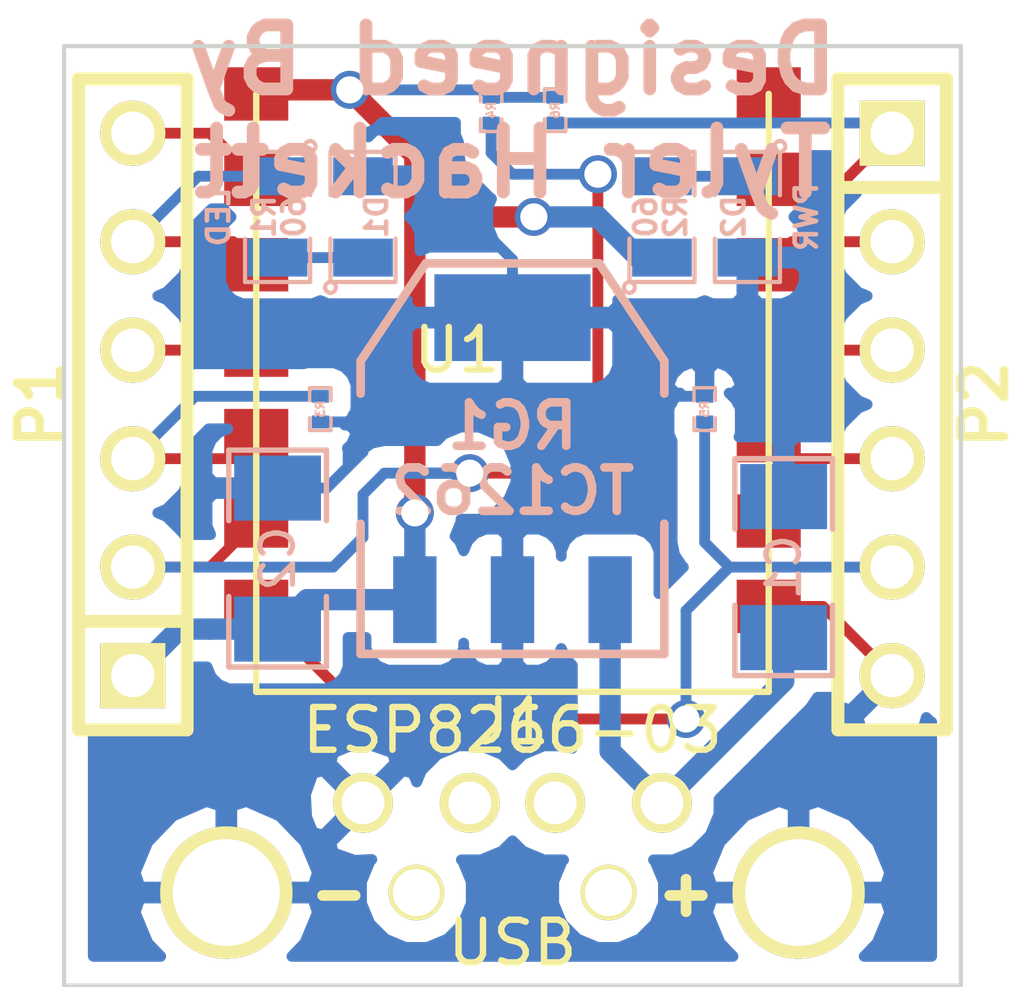
<source format=kicad_pcb>
(kicad_pcb (version 3) (host pcbnew "(2013-07-07 BZR 4022)-stable")

  (general
    (links 37)
    (no_connects 0)
    (area 178.5874 127.389718 202.4126 149.550001)
    (thickness 1.6)
    (drawings 8)
    (tracks 93)
    (zones 0)
    (modules 15)
    (nets 16)
  )

  (page A3)
  (layers
    (15 F.Cu signal)
    (0 B.Cu signal)
    (16 B.Adhes user)
    (17 F.Adhes user)
    (18 B.Paste user)
    (19 F.Paste user)
    (20 B.SilkS user)
    (21 F.SilkS user)
    (22 B.Mask user)
    (23 F.Mask user)
    (24 Dwgs.User user)
    (25 Cmts.User user)
    (26 Eco1.User user)
    (27 Eco2.User user)
    (28 Edge.Cuts user)
  )

  (setup
    (last_trace_width 0.254)
    (trace_clearance 0.254)
    (zone_clearance 0.508)
    (zone_45_only no)
    (trace_min 0.254)
    (segment_width 0.2)
    (edge_width 0.1)
    (via_size 0.889)
    (via_drill 0.635)
    (via_min_size 0.889)
    (via_min_drill 0.508)
    (uvia_size 0.508)
    (uvia_drill 0.127)
    (uvias_allowed no)
    (uvia_min_size 0.508)
    (uvia_min_drill 0.127)
    (pcb_text_width 0.3)
    (pcb_text_size 1.5 1.5)
    (mod_edge_width 0.15)
    (mod_text_size 1 1)
    (mod_text_width 0.15)
    (pad_size 1.4 1.4)
    (pad_drill 1)
    (pad_to_mask_clearance 0)
    (aux_axis_origin 0 0)
    (visible_elements 7FFFFFFF)
    (pcbplotparams
      (layerselection 284196865)
      (usegerberextensions true)
      (excludeedgelayer true)
      (linewidth 0.150000)
      (plotframeref false)
      (viasonmask false)
      (mode 1)
      (useauxorigin false)
      (hpglpennumber 1)
      (hpglpenspeed 20)
      (hpglpendiameter 15)
      (hpglpenoverlay 2)
      (psnegative false)
      (psa4output false)
      (plotreference true)
      (plotvalue true)
      (plotothertext true)
      (plotinvisibletext false)
      (padsonsilk false)
      (subtractmaskfromsilk false)
      (outputformat 1)
      (mirror false)
      (drillshape 0)
      (scaleselection 1)
      (outputdirectory D:/KiCad/WiFi_Relay/Gerber/))
  )

  (net 0 "")
  (net 1 GND)
  (net 2 N-000001)
  (net 3 N-0000010)
  (net 4 N-0000012)
  (net 5 N-0000014)
  (net 6 N-0000019)
  (net 7 N-000002)
  (net 8 N-000003)
  (net 9 N-000004)
  (net 10 N-000005)
  (net 11 N-000006)
  (net 12 N-000007)
  (net 13 N-000008)
  (net 14 N-000009)
  (net 15 VCC)

  (net_class Default "This is the default net class."
    (clearance 0.254)
    (trace_width 0.254)
    (via_dia 0.889)
    (via_drill 0.635)
    (uvia_dia 0.508)
    (uvia_drill 0.127)
    (add_net "")
    (add_net GND)
    (add_net N-000001)
    (add_net N-0000010)
    (add_net N-0000012)
    (add_net N-0000014)
    (add_net N-000002)
    (add_net N-000003)
    (add_net N-000004)
    (add_net N-000005)
    (add_net N-000006)
    (add_net N-000007)
    (add_net N-000008)
    (add_net N-000009)
  )

  (net_class PWR ""
    (clearance 0.254)
    (trace_width 0.5)
    (via_dia 0.889)
    (via_drill 0.635)
    (uvia_dia 0.508)
    (uvia_drill 0.127)
    (add_net N-0000019)
    (add_net VCC)
  )

  (module ESP8266-03 (layer F.Cu) (tedit 54BDB8CB) (tstamp 5473118D)
    (at 190.5 134.62)
    (path /5472A350)
    (fp_text reference U1 (at -1.3 0) (layer F.SilkS)
      (effects (font (size 1 1) (thickness 0.15)))
    )
    (fp_text value ESP8266-03 (at 0 8.9) (layer F.SilkS)
      (effects (font (size 1 1) (thickness 0.15)))
    )
    (fp_line (start 6 8) (end 6 -6) (layer F.SilkS) (width 0.15))
    (fp_line (start -6 8) (end -6 -6) (layer F.SilkS) (width 0.15))
    (fp_line (start -6 8) (end 6 8) (layer F.SilkS) (width 0.15))
    (pad 1 smd rect (at -6 -6) (size 1.5 1.25)
      (layers F.Cu F.Paste F.Mask)
      (net 15 VCC)
    )
    (pad 2 smd rect (at -6 -4) (size 1.5 1.25)
      (layers F.Cu F.Paste F.Mask)
      (net 7 N-000002)
    )
    (pad 3 smd rect (at -6 -2) (size 1.5 1.25)
      (layers F.Cu F.Paste F.Mask)
      (net 10 N-000005)
    )
    (pad 4 smd rect (at -6 0) (size 1.5 1.25)
      (layers F.Cu F.Paste F.Mask)
      (net 9 N-000004)
    )
    (pad 5 smd rect (at -6 2) (size 1.5 1.25)
      (layers F.Cu F.Paste F.Mask)
      (net 8 N-000003)
    )
    (pad 6 smd rect (at -6 4) (size 1.5 1.25)
      (layers F.Cu F.Paste F.Mask)
      (net 4 N-0000012)
    )
    (pad 7 smd rect (at -6 6) (size 1.5 1.25)
      (layers F.Cu F.Paste F.Mask)
      (net 3 N-0000010)
    )
    (pad 8 smd rect (at 6 6) (size 1.5 1.25)
      (layers F.Cu F.Paste F.Mask)
      (net 1 GND)
    )
    (pad 9 smd rect (at 6 4) (size 1.5 1.25)
      (layers F.Cu F.Paste F.Mask)
    )
    (pad 10 smd rect (at 6 2) (size 1.5 1.25)
      (layers F.Cu F.Paste F.Mask)
      (net 12 N-000007)
    )
    (pad 11 smd rect (at 6 0) (size 1.5 1.25)
      (layers F.Cu F.Paste F.Mask)
      (net 11 N-000006)
    )
    (pad 12 smd rect (at 6 -2) (size 1.5 1.25)
      (layers F.Cu F.Paste F.Mask)
      (net 13 N-000008)
    )
    (pad 13 smd rect (at 6 -4) (size 1.5 1.25)
      (layers F.Cu F.Paste F.Mask)
      (net 5 N-0000014)
    )
    (pad 14 smd rect (at 6 -6) (size 1.5 1.25)
      (layers F.Cu F.Paste F.Mask)
    )
  )

  (module SOT223 (layer B.Cu) (tedit 54731737) (tstamp 54731111)
    (at 190.5 137.16 180)
    (descr "module CMS SOT223 4 pins")
    (tags "CMS SOT")
    (path /5472A858)
    (attr smd)
    (fp_text reference RG1 (at 0 0.762 180) (layer B.SilkS)
      (effects (font (size 1.016 1.016) (thickness 0.2032)) (justify mirror))
    )
    (fp_text value TC1262 (at 0 -0.762 180) (layer B.SilkS)
      (effects (font (size 1.016 1.016) (thickness 0.2032)) (justify mirror))
    )
    (fp_line (start -3.556 -1.524) (end -3.556 -4.572) (layer B.SilkS) (width 0.2032))
    (fp_line (start -3.556 -4.572) (end 3.556 -4.572) (layer B.SilkS) (width 0.2032))
    (fp_line (start 3.556 -4.572) (end 3.556 -1.524) (layer B.SilkS) (width 0.2032))
    (fp_line (start -3.556 1.524) (end -3.556 2.286) (layer B.SilkS) (width 0.2032))
    (fp_line (start -3.556 2.286) (end -2.032 4.572) (layer B.SilkS) (width 0.2032))
    (fp_line (start -2.032 4.572) (end 2.032 4.572) (layer B.SilkS) (width 0.2032))
    (fp_line (start 2.032 4.572) (end 3.556 2.286) (layer B.SilkS) (width 0.2032))
    (fp_line (start 3.556 2.286) (end 3.556 1.524) (layer B.SilkS) (width 0.2032))
    (pad 4 smd rect (at 0 3.302 180) (size 3.6576 2.032)
      (layers B.Cu B.Paste B.Mask)
      (net 1 GND)
    )
    (pad 2 smd rect (at 0 -3.302 180) (size 1.016 2.032)
      (layers B.Cu B.Paste B.Mask)
      (net 1 GND)
    )
    (pad 3 smd rect (at 2.286 -3.302 180) (size 1.016 2.032)
      (layers B.Cu B.Paste B.Mask)
      (net 15 VCC)
    )
    (pad 1 smd rect (at -2.286 -3.302 180) (size 1.016 2.032)
      (layers B.Cu B.Paste B.Mask)
      (net 6 N-0000019)
    )
    (model smd/SOT223.wrl
      (at (xyz 0 0 0))
      (scale (xyz 0.4 0.4 0.4))
      (rotate (xyz 0 0 0))
    )
  )

  (module SM1206 (layer B.Cu) (tedit 42806E24) (tstamp 5473111D)
    (at 196.85 139.7 90)
    (path /5472AC6B)
    (attr smd)
    (fp_text reference C1 (at 0 0 90) (layer B.SilkS)
      (effects (font (size 0.762 0.762) (thickness 0.127)) (justify mirror))
    )
    (fp_text value 10uF (at 0 0 90) (layer B.SilkS) hide
      (effects (font (size 0.762 0.762) (thickness 0.127)) (justify mirror))
    )
    (fp_line (start -2.54 1.143) (end -2.54 -1.143) (layer B.SilkS) (width 0.127))
    (fp_line (start -2.54 -1.143) (end -0.889 -1.143) (layer B.SilkS) (width 0.127))
    (fp_line (start 0.889 1.143) (end 2.54 1.143) (layer B.SilkS) (width 0.127))
    (fp_line (start 2.54 1.143) (end 2.54 -1.143) (layer B.SilkS) (width 0.127))
    (fp_line (start 2.54 -1.143) (end 0.889 -1.143) (layer B.SilkS) (width 0.127))
    (fp_line (start -0.889 1.143) (end -2.54 1.143) (layer B.SilkS) (width 0.127))
    (pad 1 smd rect (at -1.651 0 90) (size 1.524 2.032)
      (layers B.Cu B.Paste B.Mask)
      (net 6 N-0000019)
    )
    (pad 2 smd rect (at 1.651 0 90) (size 1.524 2.032)
      (layers B.Cu B.Paste B.Mask)
      (net 1 GND)
    )
    (model smd/chip_cms.wrl
      (at (xyz 0 0 0))
      (scale (xyz 0.17 0.16 0.16))
      (rotate (xyz 0 0 0))
    )
  )

  (module SM1206 (layer B.Cu) (tedit 42806E24) (tstamp 54731129)
    (at 185 139.5 90)
    (path /5472AD38)
    (attr smd)
    (fp_text reference C2 (at 0 0 90) (layer B.SilkS)
      (effects (font (size 0.762 0.762) (thickness 0.127)) (justify mirror))
    )
    (fp_text value 10uF (at 0 0 90) (layer B.SilkS) hide
      (effects (font (size 0.762 0.762) (thickness 0.127)) (justify mirror))
    )
    (fp_line (start -2.54 1.143) (end -2.54 -1.143) (layer B.SilkS) (width 0.127))
    (fp_line (start -2.54 -1.143) (end -0.889 -1.143) (layer B.SilkS) (width 0.127))
    (fp_line (start 0.889 1.143) (end 2.54 1.143) (layer B.SilkS) (width 0.127))
    (fp_line (start 2.54 1.143) (end 2.54 -1.143) (layer B.SilkS) (width 0.127))
    (fp_line (start 2.54 -1.143) (end 0.889 -1.143) (layer B.SilkS) (width 0.127))
    (fp_line (start -0.889 1.143) (end -2.54 1.143) (layer B.SilkS) (width 0.127))
    (pad 1 smd rect (at -1.651 0 90) (size 1.524 2.032)
      (layers B.Cu B.Paste B.Mask)
      (net 15 VCC)
    )
    (pad 2 smd rect (at 1.651 0 90) (size 1.524 2.032)
      (layers B.Cu B.Paste B.Mask)
      (net 1 GND)
    )
    (model smd/chip_cms.wrl
      (at (xyz 0 0 0))
      (scale (xyz 0.17 0.16 0.16))
      (rotate (xyz 0 0 0))
    )
  )

  (module SM0805 (layer B.Cu) (tedit 54732EB6) (tstamp 54732F40)
    (at 196 131.5 270)
    (path /5472AE72)
    (attr smd)
    (fp_text reference D2 (at 0 0.3175 270) (layer B.SilkS)
      (effects (font (size 0.50038 0.50038) (thickness 0.10922)) (justify mirror))
    )
    (fp_text value PWR (at 0 -1.381 270) (layer B.SilkS)
      (effects (font (size 0.50038 0.50038) (thickness 0.10922)) (justify mirror))
    )
    (fp_circle (center -1.651 -0.762) (end -1.651 -0.635) (layer B.SilkS) (width 0.09906))
    (fp_line (start -0.508 -0.762) (end -1.524 -0.762) (layer B.SilkS) (width 0.09906))
    (fp_line (start -1.524 -0.762) (end -1.524 0.762) (layer B.SilkS) (width 0.09906))
    (fp_line (start -1.524 0.762) (end -0.508 0.762) (layer B.SilkS) (width 0.09906))
    (fp_line (start 0.508 0.762) (end 1.524 0.762) (layer B.SilkS) (width 0.09906))
    (fp_line (start 1.524 0.762) (end 1.524 -0.762) (layer B.SilkS) (width 0.09906))
    (fp_line (start 1.524 -0.762) (end 0.508 -0.762) (layer B.SilkS) (width 0.09906))
    (pad 1 smd rect (at -0.9525 0 270) (size 0.889 1.397)
      (layers B.Cu B.Paste B.Mask)
      (net 14 N-000009)
    )
    (pad 2 smd rect (at 0.9525 0 270) (size 0.889 1.397)
      (layers B.Cu B.Paste B.Mask)
      (net 1 GND)
    )
    (model smd/chip_cms.wrl
      (at (xyz 0 0 0))
      (scale (xyz 0.1 0.1 0.1))
      (rotate (xyz 0 0 0))
    )
  )

  (module SM0805 (layer B.Cu) (tedit 5091495C) (tstamp 54731143)
    (at 194 131.5 90)
    (path /5472D39E)
    (attr smd)
    (fp_text reference R2 (at 0 0.3175 90) (layer B.SilkS)
      (effects (font (size 0.50038 0.50038) (thickness 0.10922)) (justify mirror))
    )
    (fp_text value 60 (at 0 -0.381 90) (layer B.SilkS)
      (effects (font (size 0.50038 0.50038) (thickness 0.10922)) (justify mirror))
    )
    (fp_circle (center -1.651 -0.762) (end -1.651 -0.635) (layer B.SilkS) (width 0.09906))
    (fp_line (start -0.508 -0.762) (end -1.524 -0.762) (layer B.SilkS) (width 0.09906))
    (fp_line (start -1.524 -0.762) (end -1.524 0.762) (layer B.SilkS) (width 0.09906))
    (fp_line (start -1.524 0.762) (end -0.508 0.762) (layer B.SilkS) (width 0.09906))
    (fp_line (start 0.508 0.762) (end 1.524 0.762) (layer B.SilkS) (width 0.09906))
    (fp_line (start 1.524 0.762) (end 1.524 -0.762) (layer B.SilkS) (width 0.09906))
    (fp_line (start 1.524 -0.762) (end 0.508 -0.762) (layer B.SilkS) (width 0.09906))
    (pad 1 smd rect (at -0.9525 0 90) (size 0.889 1.397)
      (layers B.Cu B.Paste B.Mask)
      (net 15 VCC)
    )
    (pad 2 smd rect (at 0.9525 0 90) (size 0.889 1.397)
      (layers B.Cu B.Paste B.Mask)
      (net 14 N-000009)
    )
    (model smd/chip_cms.wrl
      (at (xyz 0 0 0))
      (scale (xyz 0.1 0.1 0.1))
      (rotate (xyz 0 0 0))
    )
  )

  (module SM0805 (layer B.Cu) (tedit 5091495C) (tstamp 54BE09D2)
    (at 185 131.5 270)
    (path /5472E6DF)
    (attr smd)
    (fp_text reference R1 (at 0 0.3175 270) (layer B.SilkS)
      (effects (font (size 0.50038 0.50038) (thickness 0.10922)) (justify mirror))
    )
    (fp_text value 60 (at 0 -0.381 270) (layer B.SilkS)
      (effects (font (size 0.50038 0.50038) (thickness 0.10922)) (justify mirror))
    )
    (fp_circle (center -1.651 -0.762) (end -1.651 -0.635) (layer B.SilkS) (width 0.09906))
    (fp_line (start -0.508 -0.762) (end -1.524 -0.762) (layer B.SilkS) (width 0.09906))
    (fp_line (start -1.524 -0.762) (end -1.524 0.762) (layer B.SilkS) (width 0.09906))
    (fp_line (start -1.524 0.762) (end -0.508 0.762) (layer B.SilkS) (width 0.09906))
    (fp_line (start 0.508 0.762) (end 1.524 0.762) (layer B.SilkS) (width 0.09906))
    (fp_line (start 1.524 0.762) (end 1.524 -0.762) (layer B.SilkS) (width 0.09906))
    (fp_line (start 1.524 -0.762) (end 0.508 -0.762) (layer B.SilkS) (width 0.09906))
    (pad 1 smd rect (at -0.9525 0 270) (size 0.889 1.397)
      (layers B.Cu B.Paste B.Mask)
      (net 10 N-000005)
    )
    (pad 2 smd rect (at 0.9525 0 270) (size 0.889 1.397)
      (layers B.Cu B.Paste B.Mask)
      (net 2 N-000001)
    )
    (model smd/chip_cms.wrl
      (at (xyz 0 0 0))
      (scale (xyz 0.1 0.1 0.1))
      (rotate (xyz 0 0 0))
    )
  )

  (module SM0805 (layer B.Cu) (tedit 54732F4E) (tstamp 54BE09E0)
    (at 187 131.5 90)
    (path /5472E734)
    (attr smd)
    (fp_text reference D1 (at 0 0.3175 90) (layer B.SilkS)
      (effects (font (size 0.50038 0.50038) (thickness 0.10922)) (justify mirror))
    )
    (fp_text value LED (at 0 -3.381 90) (layer B.SilkS)
      (effects (font (size 0.50038 0.50038) (thickness 0.10922)) (justify mirror))
    )
    (fp_circle (center -1.651 -0.762) (end -1.651 -0.635) (layer B.SilkS) (width 0.09906))
    (fp_line (start -0.508 -0.762) (end -1.524 -0.762) (layer B.SilkS) (width 0.09906))
    (fp_line (start -1.524 -0.762) (end -1.524 0.762) (layer B.SilkS) (width 0.09906))
    (fp_line (start -1.524 0.762) (end -0.508 0.762) (layer B.SilkS) (width 0.09906))
    (fp_line (start 0.508 0.762) (end 1.524 0.762) (layer B.SilkS) (width 0.09906))
    (fp_line (start 1.524 0.762) (end 1.524 -0.762) (layer B.SilkS) (width 0.09906))
    (fp_line (start 1.524 -0.762) (end 0.508 -0.762) (layer B.SilkS) (width 0.09906))
    (pad 1 smd rect (at -0.9525 0 90) (size 0.889 1.397)
      (layers B.Cu B.Paste B.Mask)
      (net 2 N-000001)
    )
    (pad 2 smd rect (at 0.9525 0 90) (size 0.889 1.397)
      (layers B.Cu B.Paste B.Mask)
      (net 1 GND)
    )
    (model smd/chip_cms.wrl
      (at (xyz 0 0 0))
      (scale (xyz 0.1 0.1 0.1))
      (rotate (xyz 0 0 0))
    )
  )

  (module USB-A (layer F.Cu) (tedit 54BDF853) (tstamp 547352D6)
    (at 190.5 147.32)
    (path /5472A36D)
    (fp_text reference J1 (at 0 -4) (layer F.SilkS)
      (effects (font (size 1 1) (thickness 0.15)))
    )
    (fp_text value USB (at 0 1.18) (layer F.SilkS)
      (effects (font (size 1 1) (thickness 0.15)))
    )
    (pad 5 thru_hole oval (at -6.7 0) (size 3.1 3.1) (drill 2.5)
      (layers *.Cu *.Mask F.SilkS)
      (net 1 GND)
    )
    (pad 6 thru_hole oval (at 6.7 0) (size 3.1 3.1) (drill 2.5)
      (layers *.Cu *.Mask F.SilkS)
      (net 1 GND)
    )
    (pad "" thru_hole circle (at -2.25 0) (size 1.3 1.3) (drill 1.1)
      (layers *.Cu *.Mask F.SilkS)
    )
    (pad "" thru_hole circle (at 2.25 0) (size 1.3 1.3) (drill 1.1)
      (layers *.Cu *.Mask F.SilkS)
    )
    (pad 1 thru_hole circle (at 3.5 -2.1) (size 1.4 1.4) (drill 1)
      (layers *.Cu *.Mask F.SilkS)
      (net 6 N-0000019)
    )
    (pad 2 thru_hole circle (at 1 -2.1) (size 1.4 1.4) (drill 1)
      (layers *.Cu *.Mask F.SilkS)
    )
    (pad 3 thru_hole circle (at -1 -2.1) (size 1.4 1.4) (drill 1)
      (layers *.Cu *.Mask F.SilkS)
    )
    (pad 4 thru_hole circle (at -3.5 -2.1) (size 1.4 1.4) (drill 1)
      (layers *.Cu *.Mask F.SilkS)
      (net 1 GND)
    )
  )

  (module SM0201_r (layer B.Cu) (tedit 5141B606) (tstamp 54BE07DC)
    (at 186 136 270)
    (path /54BDBE8E)
    (attr smd)
    (fp_text reference R3 (at 0 0 270) (layer B.SilkS)
      (effects (font (size 0.2 0.2) (thickness 0.05)) (justify mirror))
    )
    (fp_text value J (at 0 0 270) (layer B.SilkS) hide
      (effects (font (size 0.2 0.2) (thickness 0.05)) (justify mirror))
    )
    (fp_line (start 0.2 0.25) (end 0.45 0.25) (layer B.SilkS) (width 0.08))
    (fp_line (start 0.45 0.25) (end 0.5 0.25) (layer B.SilkS) (width 0.08))
    (fp_line (start 0.5 0.25) (end 0.5 -0.25) (layer B.SilkS) (width 0.08))
    (fp_line (start 0.5 -0.25) (end 0.2 -0.25) (layer B.SilkS) (width 0.08))
    (fp_line (start -0.2 0.25) (end -0.5 0.25) (layer B.SilkS) (width 0.08))
    (fp_line (start -0.5 0.25) (end -0.5 -0.25) (layer B.SilkS) (width 0.08))
    (fp_line (start -0.5 -0.25) (end -0.2 -0.25) (layer B.SilkS) (width 0.08))
    (pad 1 smd rect (at -0.3 0 270) (size 0.3 0.4)
      (layers B.Cu B.Paste B.Mask)
      (net 8 N-000003)
    )
    (pad 2 smd rect (at 0.3 0 270) (size 0.3 0.4)
      (layers B.Cu B.Paste B.Mask)
      (net 1 GND)
    )
    (model smd/resistors/R0201.wrl
      (at (xyz 0 0 0))
      (scale (xyz 0.18 0.18 0.18))
      (rotate (xyz 0 0 0))
    )
  )

  (module SM0201_r (layer B.Cu) (tedit 5141B606) (tstamp 54BE07E9)
    (at 191.5 129 270)
    (path /54BDBF37)
    (attr smd)
    (fp_text reference R6 (at 0 0 270) (layer B.SilkS)
      (effects (font (size 0.2 0.2) (thickness 0.05)) (justify mirror))
    )
    (fp_text value J (at 0 0 270) (layer B.SilkS) hide
      (effects (font (size 0.2 0.2) (thickness 0.05)) (justify mirror))
    )
    (fp_line (start 0.2 0.25) (end 0.45 0.25) (layer B.SilkS) (width 0.08))
    (fp_line (start 0.45 0.25) (end 0.5 0.25) (layer B.SilkS) (width 0.08))
    (fp_line (start 0.5 0.25) (end 0.5 -0.25) (layer B.SilkS) (width 0.08))
    (fp_line (start 0.5 -0.25) (end 0.2 -0.25) (layer B.SilkS) (width 0.08))
    (fp_line (start -0.2 0.25) (end -0.5 0.25) (layer B.SilkS) (width 0.08))
    (fp_line (start -0.5 0.25) (end -0.5 -0.25) (layer B.SilkS) (width 0.08))
    (fp_line (start -0.5 -0.25) (end -0.2 -0.25) (layer B.SilkS) (width 0.08))
    (pad 1 smd rect (at -0.3 0 270) (size 0.3 0.4)
      (layers B.Cu B.Paste B.Mask)
      (net 15 VCC)
    )
    (pad 2 smd rect (at 0.3 0 270) (size 0.3 0.4)
      (layers B.Cu B.Paste B.Mask)
      (net 5 N-0000014)
    )
    (model smd/resistors/R0201.wrl
      (at (xyz 0 0 0))
      (scale (xyz 0.18 0.18 0.18))
      (rotate (xyz 0 0 0))
    )
  )

  (module SM0201_r (layer B.Cu) (tedit 5141B606) (tstamp 54BE0C63)
    (at 190 129 270)
    (path /54BDC08A)
    (attr smd)
    (fp_text reference R4 (at 0 0 270) (layer B.SilkS)
      (effects (font (size 0.2 0.2) (thickness 0.05)) (justify mirror))
    )
    (fp_text value J (at 0 0 270) (layer B.SilkS) hide
      (effects (font (size 0.2 0.2) (thickness 0.05)) (justify mirror))
    )
    (fp_line (start 0.2 0.25) (end 0.45 0.25) (layer B.SilkS) (width 0.08))
    (fp_line (start 0.45 0.25) (end 0.5 0.25) (layer B.SilkS) (width 0.08))
    (fp_line (start 0.5 0.25) (end 0.5 -0.25) (layer B.SilkS) (width 0.08))
    (fp_line (start 0.5 -0.25) (end 0.2 -0.25) (layer B.SilkS) (width 0.08))
    (fp_line (start -0.2 0.25) (end -0.5 0.25) (layer B.SilkS) (width 0.08))
    (fp_line (start -0.5 0.25) (end -0.5 -0.25) (layer B.SilkS) (width 0.08))
    (fp_line (start -0.5 -0.25) (end -0.2 -0.25) (layer B.SilkS) (width 0.08))
    (pad 1 smd rect (at -0.3 0 270) (size 0.3 0.4)
      (layers B.Cu B.Paste B.Mask)
      (net 15 VCC)
    )
    (pad 2 smd rect (at 0.3 0 270) (size 0.3 0.4)
      (layers B.Cu B.Paste B.Mask)
      (net 4 N-0000012)
    )
    (model smd/resistors/R0201.wrl
      (at (xyz 0 0 0))
      (scale (xyz 0.18 0.18 0.18))
      (rotate (xyz 0 0 0))
    )
  )

  (module SM0201_r (layer B.Cu) (tedit 5141B606) (tstamp 54BE0803)
    (at 195 136 90)
    (path /54BDC1DA)
    (attr smd)
    (fp_text reference R5 (at 0 0 90) (layer B.SilkS)
      (effects (font (size 0.2 0.2) (thickness 0.05)) (justify mirror))
    )
    (fp_text value J (at 0 0 90) (layer B.SilkS) hide
      (effects (font (size 0.2 0.2) (thickness 0.05)) (justify mirror))
    )
    (fp_line (start 0.2 0.25) (end 0.45 0.25) (layer B.SilkS) (width 0.08))
    (fp_line (start 0.45 0.25) (end 0.5 0.25) (layer B.SilkS) (width 0.08))
    (fp_line (start 0.5 0.25) (end 0.5 -0.25) (layer B.SilkS) (width 0.08))
    (fp_line (start 0.5 -0.25) (end 0.2 -0.25) (layer B.SilkS) (width 0.08))
    (fp_line (start -0.2 0.25) (end -0.5 0.25) (layer B.SilkS) (width 0.08))
    (fp_line (start -0.5 0.25) (end -0.5 -0.25) (layer B.SilkS) (width 0.08))
    (fp_line (start -0.5 -0.25) (end -0.2 -0.25) (layer B.SilkS) (width 0.08))
    (pad 1 smd rect (at -0.3 0 90) (size 0.3 0.4)
      (layers B.Cu B.Paste B.Mask)
      (net 3 N-0000010)
    )
    (pad 2 smd rect (at 0.3 0 90) (size 0.3 0.4)
      (layers B.Cu B.Paste B.Mask)
      (net 1 GND)
    )
    (model smd/resistors/R0201.wrl
      (at (xyz 0 0 0))
      (scale (xyz 0.18 0.18 0.18))
      (rotate (xyz 0 0 0))
    )
  )

  (module PIN_ARRAY-6X1 (layer F.Cu) (tedit 41402119) (tstamp 54BE0AF0)
    (at 181.61 135.89 90)
    (descr "Connecteur 6 pins")
    (tags "CONN DEV")
    (path /54BDB3D1)
    (fp_text reference P1 (at 0 -2.159 90) (layer F.SilkS)
      (effects (font (size 1.016 1.016) (thickness 0.2032)))
    )
    (fp_text value CONN_6 (at 0 2.159 90) (layer F.SilkS) hide
      (effects (font (size 1.016 0.889) (thickness 0.2032)))
    )
    (fp_line (start -7.62 1.27) (end -7.62 -1.27) (layer F.SilkS) (width 0.3048))
    (fp_line (start -7.62 -1.27) (end 7.62 -1.27) (layer F.SilkS) (width 0.3048))
    (fp_line (start 7.62 -1.27) (end 7.62 1.27) (layer F.SilkS) (width 0.3048))
    (fp_line (start 7.62 1.27) (end -7.62 1.27) (layer F.SilkS) (width 0.3048))
    (fp_line (start -5.08 1.27) (end -5.08 -1.27) (layer F.SilkS) (width 0.3048))
    (pad 1 thru_hole rect (at -6.35 0 90) (size 1.524 1.524) (drill 1.016)
      (layers *.Cu *.Mask F.SilkS)
      (net 15 VCC)
    )
    (pad 2 thru_hole circle (at -3.81 0 90) (size 1.524 1.524) (drill 1.016)
      (layers *.Cu *.Mask F.SilkS)
      (net 4 N-0000012)
    )
    (pad 3 thru_hole circle (at -1.27 0 90) (size 1.524 1.524) (drill 1.016)
      (layers *.Cu *.Mask F.SilkS)
      (net 8 N-000003)
    )
    (pad 4 thru_hole circle (at 1.27 0 90) (size 1.524 1.524) (drill 1.016)
      (layers *.Cu *.Mask F.SilkS)
      (net 9 N-000004)
    )
    (pad 5 thru_hole circle (at 3.81 0 90) (size 1.524 1.524) (drill 1.016)
      (layers *.Cu *.Mask F.SilkS)
      (net 10 N-000005)
    )
    (pad 6 thru_hole circle (at 6.35 0 90) (size 1.524 1.524) (drill 1.016)
      (layers *.Cu *.Mask F.SilkS)
      (net 7 N-000002)
    )
    (model pin_array/pins_array_6x1.wrl
      (at (xyz 0 0 0))
      (scale (xyz 1 1 1))
      (rotate (xyz 0 0 0))
    )
  )

  (module PIN_ARRAY-6X1 (layer F.Cu) (tedit 41402119) (tstamp 54BE0AE0)
    (at 199.39 135.89 270)
    (descr "Connecteur 6 pins")
    (tags "CONN DEV")
    (path /54BDB3F4)
    (fp_text reference P2 (at 0 -2.159 270) (layer F.SilkS)
      (effects (font (size 1.016 1.016) (thickness 0.2032)))
    )
    (fp_text value CONN_6 (at 0 2.159 270) (layer F.SilkS) hide
      (effects (font (size 1.016 0.889) (thickness 0.2032)))
    )
    (fp_line (start -7.62 1.27) (end -7.62 -1.27) (layer F.SilkS) (width 0.3048))
    (fp_line (start -7.62 -1.27) (end 7.62 -1.27) (layer F.SilkS) (width 0.3048))
    (fp_line (start 7.62 -1.27) (end 7.62 1.27) (layer F.SilkS) (width 0.3048))
    (fp_line (start 7.62 1.27) (end -7.62 1.27) (layer F.SilkS) (width 0.3048))
    (fp_line (start -5.08 1.27) (end -5.08 -1.27) (layer F.SilkS) (width 0.3048))
    (pad 1 thru_hole rect (at -6.35 0 270) (size 1.524 1.524) (drill 1.016)
      (layers *.Cu *.Mask F.SilkS)
      (net 5 N-0000014)
    )
    (pad 2 thru_hole circle (at -3.81 0 270) (size 1.524 1.524) (drill 1.016)
      (layers *.Cu *.Mask F.SilkS)
      (net 13 N-000008)
    )
    (pad 3 thru_hole circle (at -1.27 0 270) (size 1.524 1.524) (drill 1.016)
      (layers *.Cu *.Mask F.SilkS)
      (net 11 N-000006)
    )
    (pad 4 thru_hole circle (at 1.27 0 270) (size 1.524 1.524) (drill 1.016)
      (layers *.Cu *.Mask F.SilkS)
      (net 12 N-000007)
    )
    (pad 5 thru_hole circle (at 3.81 0 270) (size 1.524 1.524) (drill 1.016)
      (layers *.Cu *.Mask F.SilkS)
      (net 3 N-0000010)
    )
    (pad 6 thru_hole circle (at 6.35 0 270) (size 1.524 1.524) (drill 1.016)
      (layers *.Cu *.Mask F.SilkS)
      (net 1 GND)
    )
    (model pin_array/pins_array_6x1.wrl
      (at (xyz 0 0 0))
      (scale (xyz 1 1 1))
      (rotate (xyz 0 0 0))
    )
  )

  (gr_line (start 180 127.5) (end 180 128) (angle 90) (layer Edge.Cuts) (width 0.1))
  (gr_line (start 201 127.5) (end 180 127.5) (angle 90) (layer Edge.Cuts) (width 0.1))
  (gr_line (start 201 149.5) (end 201 127.5) (angle 90) (layer Edge.Cuts) (width 0.1))
  (gr_line (start 180 149.5) (end 201 149.5) (angle 90) (layer Edge.Cuts) (width 0.1))
  (gr_line (start 180 128) (end 180 149.5) (angle 90) (layer Edge.Cuts) (width 0.1))
  (gr_text - (at 186.436 147.32) (layer F.SilkS)
    (effects (font (size 1 1) (thickness 0.25)))
  )
  (gr_text + (at 194.564 147.32) (layer F.SilkS)
    (effects (font (size 1 1) (thickness 0.25)))
  )
  (gr_text "Designeed By\nTyler Hackett" (at 190.5 129.032) (layer B.SilkS)
    (effects (font (size 1.5 1.5) (thickness 0.3)) (justify mirror))
  )

  (segment (start 191 135.7) (end 187.8 135.7) (width 0.254) (layer B.Cu) (net 1))
  (segment (start 187.8 135.7) (end 187 136.5) (width 0.254) (layer B.Cu) (net 1) (tstamp 54BE0D18))
  (segment (start 187 136.5) (end 187 137) (width 0.254) (layer B.Cu) (net 1))
  (segment (start 186.151 137.849) (end 185 137.849) (width 0.254) (layer B.Cu) (net 1))
  (segment (start 186.151 137.849) (end 187 137) (width 0.254) (layer B.Cu) (net 1) (tstamp 54BE0D00))
  (segment (start 186.8 136.3) (end 187 136.5) (width 0.254) (layer B.Cu) (net 1) (tstamp 54BE0CFE))
  (segment (start 186 136.3) (end 186.8 136.3) (width 0.254) (layer B.Cu) (net 1))
  (segment (start 190 132) (end 189 131) (width 0.254) (layer B.Cu) (net 1))
  (segment (start 190.5 132.5) (end 190 132) (width 0.254) (layer B.Cu) (net 1) (tstamp 54BE0CFA))
  (segment (start 190.5 133.858) (end 190.5 132.5) (width 0.254) (layer B.Cu) (net 1))
  (segment (start 187.0475 130.5) (end 187 130.5475) (width 0.254) (layer B.Cu) (net 1) (tstamp 54BE0D0F) (status C00000))
  (segment (start 188.5 130.5) (end 187.0475 130.5) (width 0.254) (layer B.Cu) (net 1) (tstamp 54BE0D0E) (status 800000))
  (segment (start 189 131) (end 188.5 130.5) (width 0.254) (layer B.Cu) (net 1) (tstamp 54BE0D0D))
  (segment (start 195 135.7) (end 191 135.7) (width 0.254) (layer B.Cu) (net 1) (status 400000))
  (segment (start 191 135.7) (end 190.7 135.7) (width 0.254) (layer B.Cu) (net 1) (tstamp 54BE0D16))
  (segment (start 190.5 135.5) (end 190.5 133.858) (width 0.254) (layer B.Cu) (net 1) (tstamp 54BE0D0B) (status 800000))
  (segment (start 190.7 135.7) (end 190.5 135.5) (width 0.254) (layer B.Cu) (net 1) (tstamp 54BE0D0A))
  (segment (start 196.5 140.62) (end 197.77 140.62) (width 0.254) (layer F.Cu) (net 1))
  (segment (start 197.77 140.62) (end 199.39 142.24) (width 0.254) (layer F.Cu) (net 1) (tstamp 54BE0D05))
  (segment (start 185 132.4525) (end 187 132.4525) (width 0.254) (layer B.Cu) (net 2))
  (segment (start 195 136.3) (end 195 139.12) (width 0.254) (layer B.Cu) (net 3))
  (segment (start 195 139.12) (end 195.58 139.7) (width 0.254) (layer B.Cu) (net 3) (tstamp 54BE0C45))
  (segment (start 194.564 143.256) (end 194.564 140.716) (width 0.254) (layer B.Cu) (net 3))
  (segment (start 195.58 139.7) (end 199.39 139.7) (width 0.254) (layer B.Cu) (net 3) (tstamp 54BE0B2C))
  (segment (start 194.564 140.716) (end 195.58 139.7) (width 0.254) (layer B.Cu) (net 3) (tstamp 54BE0B2B))
  (via (at 194.564 143.256) (size 0.889) (layers F.Cu B.Cu) (net 3))
  (segment (start 187.136 143.256) (end 194.564 143.256) (width 0.254) (layer F.Cu) (net 3) (tstamp 54735417))
  (segment (start 184.5 140.62) (end 187.136 143.256) (width 0.254) (layer F.Cu) (net 3))
  (segment (start 190 129.3) (end 190 130) (width 0.254) (layer B.Cu) (net 4))
  (via (at 189.5 137.5) (size 0.889) (layers F.Cu B.Cu) (net 4))
  (segment (start 191 137.5) (end 189.5 137.5) (width 0.254) (layer F.Cu) (net 4) (tstamp 54BE0CEB))
  (segment (start 192.5 136) (end 191 137.5) (width 0.254) (layer F.Cu) (net 4) (tstamp 54BE0CEA))
  (segment (start 192.5 130.5) (end 192.5 136) (width 0.254) (layer F.Cu) (net 4) (tstamp 54BE0CE9))
  (via (at 192.5 130.5) (size 0.889) (layers F.Cu B.Cu) (net 4))
  (segment (start 190.5 130.5) (end 192.5 130.5) (width 0.254) (layer B.Cu) (net 4) (tstamp 54BE0CE7))
  (segment (start 190 130) (end 190.5 130.5) (width 0.254) (layer B.Cu) (net 4) (tstamp 54BE0CE6))
  (segment (start 189.5 137.5) (end 188 137.5) (width 0.254) (layer B.Cu) (net 4) (tstamp 54BE0CEE))
  (segment (start 188 137.5) (end 189.5 137.5) (width 0.254) (layer B.Cu) (net 4) (tstamp 54BE0CEF))
  (segment (start 189.5 137.5) (end 188 137.5) (width 0.254) (layer B.Cu) (net 4) (tstamp 54BE0CF0))
  (segment (start 188 137.5) (end 189.5 137.5) (width 0.254) (layer B.Cu) (net 4) (tstamp 54BE0CF1))
  (segment (start 189.5 137.5) (end 187.5 137.5) (width 0.254) (layer B.Cu) (net 4) (tstamp 54BE0CF2))
  (segment (start 187.5 137.5) (end 187 138) (width 0.254) (layer B.Cu) (net 4) (tstamp 54BE0CF3))
  (segment (start 187 138) (end 187 139) (width 0.254) (layer B.Cu) (net 4) (tstamp 54BE0CF4))
  (segment (start 187 139) (end 186.3 139.7) (width 0.254) (layer B.Cu) (net 4) (tstamp 54BE0CF5))
  (segment (start 186.3 139.7) (end 181.61 139.7) (width 0.254) (layer B.Cu) (net 4) (tstamp 54BE0CF6))
  (segment (start 181.61 139.7) (end 183.42 139.7) (width 0.254) (layer F.Cu) (net 4))
  (segment (start 183.42 139.7) (end 184.5 138.62) (width 0.254) (layer F.Cu) (net 4) (tstamp 54BE0B2F))
  (segment (start 191.5 129.3) (end 199.15 129.3) (width 0.254) (layer B.Cu) (net 5))
  (segment (start 199.15 129.3) (end 199.39 129.54) (width 0.254) (layer B.Cu) (net 5) (tstamp 54BE0C73))
  (segment (start 196.5 130.62) (end 198.31 130.62) (width 0.254) (layer F.Cu) (net 5))
  (segment (start 198.31 130.62) (end 199.39 129.54) (width 0.254) (layer F.Cu) (net 5) (tstamp 54BE0B42))
  (segment (start 196.85 141.351) (end 196.85 142.37) (width 0.5) (layer B.Cu) (net 6))
  (segment (start 196.85 142.37) (end 194 145.22) (width 0.5) (layer B.Cu) (net 6) (tstamp 54BE0CA5))
  (segment (start 194 145.22) (end 192.786 144.006) (width 0.5) (layer B.Cu) (net 6))
  (segment (start 192.786 144.006) (end 192.786 140.462) (width 0.5) (layer B.Cu) (net 6) (tstamp 547352F3))
  (segment (start 181.61 129.54) (end 183.42 129.54) (width 0.254) (layer F.Cu) (net 7))
  (segment (start 183.42 129.54) (end 184.5 130.62) (width 0.254) (layer F.Cu) (net 7) (tstamp 54BE0B37))
  (segment (start 186 135.7) (end 183.07 135.7) (width 0.254) (layer B.Cu) (net 8))
  (segment (start 183.07 135.7) (end 181.61 137.16) (width 0.254) (layer B.Cu) (net 8) (tstamp 54BE0C2C))
  (segment (start 181.61 137.16) (end 183.96 137.16) (width 0.254) (layer F.Cu) (net 8))
  (segment (start 183.96 137.16) (end 184.5 136.62) (width 0.254) (layer F.Cu) (net 8) (tstamp 54BE0B31))
  (segment (start 181.61 134.62) (end 184.5 134.62) (width 0.254) (layer F.Cu) (net 9))
  (segment (start 185 130.5475) (end 183.1425 130.5475) (width 0.254) (layer B.Cu) (net 10))
  (segment (start 183.1425 130.5475) (end 181.61 132.08) (width 0.254) (layer B.Cu) (net 10) (tstamp 54BE0C91))
  (segment (start 181.61 132.08) (end 183.96 132.08) (width 0.254) (layer F.Cu) (net 10))
  (segment (start 183.96 132.08) (end 184.5 132.62) (width 0.254) (layer F.Cu) (net 10) (tstamp 54BE0B35))
  (segment (start 199.39 134.62) (end 196.5 134.62) (width 0.254) (layer F.Cu) (net 11))
  (segment (start 199.39 137.16) (end 197.04 137.16) (width 0.254) (layer F.Cu) (net 12))
  (segment (start 197.04 137.16) (end 196.5 136.62) (width 0.254) (layer F.Cu) (net 12) (tstamp 54BE0B3A))
  (segment (start 199.39 132.08) (end 197.04 132.08) (width 0.254) (layer F.Cu) (net 13))
  (segment (start 197.04 132.08) (end 196.5 132.62) (width 0.254) (layer F.Cu) (net 13) (tstamp 54BE0B3E))
  (segment (start 194 130.5475) (end 196 130.5475) (width 0.254) (layer B.Cu) (net 14))
  (segment (start 188.214 131.5) (end 191 131.5) (width 0.5) (layer F.Cu) (net 15))
  (segment (start 193.4525 132.4525) (end 194 132.4525) (width 0.5) (layer B.Cu) (net 15) (tstamp 54BE0CD1))
  (segment (start 192.5 131.5) (end 193.4525 132.4525) (width 0.5) (layer B.Cu) (net 15) (tstamp 54BE0CD0))
  (segment (start 191 131.5) (end 192.5 131.5) (width 0.5) (layer B.Cu) (net 15) (tstamp 54BE0CCF))
  (via (at 191 131.5) (size 0.889) (layers F.Cu B.Cu) (net 15))
  (segment (start 183.388 141.151) (end 185 141.151) (width 0.5) (layer B.Cu) (net 15))
  (segment (start 185 141.151) (end 185.689 140.462) (width 0.5) (layer B.Cu) (net 15) (tstamp 54BE0C98))
  (segment (start 185.689 140.462) (end 188.214 140.462) (width 0.5) (layer B.Cu) (net 15) (tstamp 54BE0C99))
  (segment (start 191.5 128.7) (end 190 128.7) (width 0.254) (layer B.Cu) (net 15))
  (segment (start 190 128.7) (end 189.824 128.524) (width 0.254) (layer B.Cu) (net 15) (tstamp 54BE0C8C))
  (segment (start 189.824 128.524) (end 186.69 128.524) (width 0.254) (layer B.Cu) (net 15) (tstamp 54BE0C8D))
  (via (at 186.69 128.524) (size 0.889) (layers F.Cu B.Cu) (net 15))
  (segment (start 183.388 141.151) (end 182.699 141.151) (width 0.5) (layer B.Cu) (net 15) (tstamp 54BE0C96))
  (segment (start 182.699 141.151) (end 181.61 142.24) (width 0.5) (layer B.Cu) (net 15) (tstamp 54BE0B44))
  (segment (start 188.214 140.462) (end 188.214 138.43) (width 0.5) (layer B.Cu) (net 15))
  (segment (start 184.596 128.524) (end 184.5 128.62) (width 0.5) (layer F.Cu) (net 15) (tstamp 54731CBA))
  (segment (start 186.69 128.524) (end 184.596 128.524) (width 0.5) (layer F.Cu) (net 15) (tstamp 54731CB8))
  (segment (start 188.214 130.048) (end 186.69 128.524) (width 0.5) (layer F.Cu) (net 15) (tstamp 54731CB4))
  (segment (start 188.214 138.43) (end 188.214 131.5) (width 0.5) (layer F.Cu) (net 15) (tstamp 54731CB3))
  (segment (start 188.214 131.5) (end 188.214 130.048) (width 0.5) (layer F.Cu) (net 15) (tstamp 54BE0CCB))
  (via (at 188.214 138.43) (size 0.889) (layers F.Cu B.Cu) (net 15))

  (zone (net 1) (net_name GND) (layer B.Cu) (tstamp 54BE0CF8) (hatch edge 0.508)
    (connect_pads (clearance 0.508))
    (min_thickness 0.254)
    (fill (arc_segments 16) (thermal_gap 0.508) (thermal_bridge_width 0.508))
    (polygon
      (pts
        (xy 201 149.5) (xy 180 149.5) (xy 180 127.5) (xy 201 127.5)
      )
    )
    (filled_polygon
      (pts
        (xy 185.147 137.976) (xy 185.127 137.976) (xy 185.127 137.996) (xy 184.873 137.996) (xy 184.873 137.976)
        (xy 183.50775 137.976) (xy 183.349 138.13475) (xy 183.34889 138.736755) (xy 183.432042 138.938) (xy 182.806703 138.938)
        (xy 182.795009 138.909697) (xy 182.40237 138.516372) (xy 182.194485 138.43005) (xy 182.400303 138.345009) (xy 182.793628 137.95237)
        (xy 183.006756 137.439099) (xy 183.007241 136.883339) (xy 182.994683 136.852947) (xy 183.38563 136.462) (xy 183.83332 136.462)
        (xy 183.623832 136.548987) (xy 183.445359 136.727771) (xy 183.34889 136.961245) (xy 183.349 137.56325) (xy 183.50775 137.722)
        (xy 184.873 137.722) (xy 184.873 137.702) (xy 185.127 137.702) (xy 185.127 137.722) (xy 185.147 137.722)
        (xy 185.147 137.976)
      )
    )
    (filled_polygon
      (pts
        (xy 190.180451 132.206997) (xy 188.545445 132.20689) (xy 188.33361 132.294417) (xy 188.33361 131.882245) (xy 188.237141 131.648771)
        (xy 188.088628 131.5) (xy 188.237141 131.351229) (xy 188.33361 131.117755) (xy 188.3335 130.83325) (xy 188.17475 130.6745)
        (xy 187.127 130.6745) (xy 187.127 130.6945) (xy 186.873 130.6945) (xy 186.873 130.6745) (xy 186.853 130.6745)
        (xy 186.853 130.4205) (xy 186.873 130.4205) (xy 186.873 130.4005) (xy 187.127 130.4005) (xy 187.127 130.4205)
        (xy 188.17475 130.4205) (xy 188.3335 130.26175) (xy 188.33361 129.977245) (xy 188.237141 129.743771) (xy 188.058668 129.564987)
        (xy 187.825364 129.468111) (xy 187.572745 129.46789) (xy 187.28575 129.468) (xy 187.127002 129.626748) (xy 187.127002 129.511455)
        (xy 187.300689 129.439689) (xy 187.454646 129.286) (xy 189.16489 129.286) (xy 189.16489 129.575755) (xy 189.238 129.752695)
        (xy 189.238 130) (xy 189.296004 130.291605) (xy 189.461185 130.538815) (xy 189.961184 131.038815) (xy 189.961185 131.038815)
        (xy 190.009288 131.070957) (xy 189.920687 131.284332) (xy 189.920313 131.713784) (xy 190.084311 132.110689) (xy 190.180451 132.206997)
      )
    )
    (filled_polygon
      (pts
        (xy 200.315 148.815) (xy 200.190607 148.815) (xy 198.735467 148.815) (xy 199.039368 148.499398) (xy 199.334583 147.786668)
        (xy 199.334583 146.853332) (xy 199.039368 146.140602) (xy 198.448018 145.526483) (xy 197.666669 145.185411) (xy 197.327 145.297438)
        (xy 197.327 147.193) (xy 199.222266 147.193) (xy 199.334583 146.853332) (xy 199.334583 147.786668) (xy 199.222266 147.447)
        (xy 197.327 147.447) (xy 197.327 147.467) (xy 197.073 147.467) (xy 197.073 147.447) (xy 197.073 147.193)
        (xy 197.073 145.297438) (xy 196.733331 145.185411) (xy 195.951982 145.526483) (xy 195.360632 146.140602) (xy 195.065417 146.853332)
        (xy 195.177734 147.193) (xy 197.073 147.193) (xy 197.073 147.447) (xy 195.177734 147.447) (xy 195.065417 147.786668)
        (xy 195.360632 148.499398) (xy 195.664532 148.815) (xy 185.335467 148.815) (xy 185.639368 148.499398) (xy 185.934583 147.786668)
        (xy 185.934583 146.853332) (xy 185.639368 146.140602) (xy 185.048018 145.526483) (xy 184.266669 145.185411) (xy 183.927 145.297438)
        (xy 183.927 147.193) (xy 185.822266 147.193) (xy 185.934583 146.853332) (xy 185.934583 147.786668) (xy 185.822266 147.447)
        (xy 183.927 147.447) (xy 183.927 147.467) (xy 183.673 147.467) (xy 183.673 147.447) (xy 183.673 147.193)
        (xy 183.673 145.297438) (xy 183.333331 145.185411) (xy 182.551982 145.526483) (xy 181.960632 146.140602) (xy 181.665417 146.853332)
        (xy 181.777734 147.193) (xy 183.673 147.193) (xy 183.673 147.447) (xy 181.777734 147.447) (xy 181.665417 147.786668)
        (xy 181.960632 148.499398) (xy 182.264532 148.815) (xy 180.685 148.815) (xy 180.685 143.621884) (xy 180.721136 143.636889)
        (xy 180.973755 143.63711) (xy 182.497755 143.63711) (xy 182.731229 143.540641) (xy 182.910013 143.362168) (xy 183.006889 143.128864)
        (xy 183.00711 142.876245) (xy 183.00711 142.094469) (xy 183.065579 142.036) (xy 183.34889 142.036) (xy 183.34889 142.038755)
        (xy 183.445359 142.272229) (xy 183.623832 142.451013) (xy 183.857136 142.547889) (xy 184.109755 142.54811) (xy 186.141755 142.54811)
        (xy 186.375229 142.451641) (xy 186.554013 142.273168) (xy 186.650889 142.039864) (xy 186.65111 141.787245) (xy 186.65111 141.347)
        (xy 187.07089 141.347) (xy 187.07089 141.603755) (xy 187.167359 141.837229) (xy 187.345832 142.016013) (xy 187.579136 142.112889)
        (xy 187.831755 142.11311) (xy 188.847755 142.11311) (xy 189.081229 142.016641) (xy 189.260013 141.838168) (xy 189.356889 141.604864)
        (xy 189.357 141.477982) (xy 189.357111 141.604864) (xy 189.453987 141.838168) (xy 189.632771 142.016641) (xy 189.866245 142.11311)
        (xy 190.21425 142.113) (xy 190.373 141.95425) (xy 190.373 140.589) (xy 190.353 140.589) (xy 190.353 140.335)
        (xy 190.373 140.335) (xy 190.373 138.96975) (xy 190.21425 138.811) (xy 189.866245 138.81089) (xy 189.632771 138.907359)
        (xy 189.453987 139.085832) (xy 189.357111 139.319136) (xy 189.35711 139.320245) (xy 189.260641 139.086771) (xy 189.154359 138.980304)
        (xy 189.293313 138.645668) (xy 189.29337 138.57932) (xy 189.713784 138.579687) (xy 190.110689 138.415689) (xy 190.414622 138.112286)
        (xy 190.579313 137.715668) (xy 190.579687 137.286216) (xy 190.415689 136.889311) (xy 190.373 136.846547) (xy 190.373 135.35025)
        (xy 190.373 133.985) (xy 188.19495 133.985) (xy 188.0362 134.14375) (xy 188.03609 134.748245) (xy 188.036311 135.000864)
        (xy 188.133187 135.234168) (xy 188.311971 135.412641) (xy 188.545445 135.50911) (xy 190.21425 135.509) (xy 190.373 135.35025)
        (xy 190.373 136.846547) (xy 190.112286 136.585378) (xy 189.715668 136.420687) (xy 189.286216 136.420313) (xy 188.889311 136.584311)
        (xy 188.735353 136.738) (xy 188 136.738) (xy 187.5 136.738) (xy 187.208395 136.796004) (xy 186.961184 136.961185)
        (xy 186.651053 137.271316) (xy 186.65111 136.961245) (xy 186.632309 136.915745) (xy 186.738641 136.809229) (xy 186.83511 136.575755)
        (xy 186.835 136.53375) (xy 186.67625 136.375) (xy 186.572893 136.375) (xy 186.738013 136.210168) (xy 186.771338 136.129911)
        (xy 186.835 136.06625) (xy 186.83511 136.024245) (xy 186.825186 136.000229) (xy 186.834889 135.976864) (xy 186.83511 135.724245)
        (xy 186.83511 135.424245) (xy 186.738641 135.190771) (xy 186.560168 135.011987) (xy 186.326864 134.915111) (xy 186.074245 134.91489)
        (xy 185.674245 134.91489) (xy 185.618314 134.938) (xy 183.07 134.938) (xy 182.983454 134.955214) (xy 183.006756 134.899099)
        (xy 183.007241 134.343339) (xy 182.795009 133.829697) (xy 182.40237 133.436372) (xy 182.194485 133.35005) (xy 182.400303 133.265009)
        (xy 182.793628 132.87237) (xy 183.006756 132.359099) (xy 183.007241 131.803339) (xy 182.994683 131.772947) (xy 183.45813 131.3095)
        (xy 183.745617 131.3095) (xy 183.762859 131.351229) (xy 183.911473 131.500102) (xy 183.763487 131.647832) (xy 183.666611 131.881136)
        (xy 183.66639 132.133755) (xy 183.66639 133.022755) (xy 183.762859 133.256229) (xy 183.941332 133.435013) (xy 184.174636 133.531889)
        (xy 184.427255 133.53211) (xy 185.824255 133.53211) (xy 186.000144 133.459434) (xy 186.174636 133.531889) (xy 186.427255 133.53211)
        (xy 187.824255 133.53211) (xy 188.036176 133.444546) (xy 188.0362 133.57225) (xy 188.19495 133.731) (xy 190.373 133.731)
        (xy 190.373 133.711) (xy 190.627 133.711) (xy 190.627 133.731) (xy 192.80505 133.731) (xy 192.9638 133.57225)
        (xy 192.963823 133.444352) (xy 193.174636 133.531889) (xy 193.427255 133.53211) (xy 194.824255 133.53211) (xy 195.000144 133.459434)
        (xy 195.174636 133.531889) (xy 195.427255 133.53211) (xy 195.71425 133.532) (xy 195.873 133.37325) (xy 195.873 132.5795)
        (xy 195.853 132.5795) (xy 195.853 132.3255) (xy 195.873 132.3255) (xy 195.873 132.3055) (xy 196.127 132.3055)
        (xy 196.127 132.3255) (xy 197.17475 132.3255) (xy 197.3335 132.16675) (xy 197.33361 131.882245) (xy 197.237141 131.648771)
        (xy 197.088526 131.499897) (xy 197.236513 131.352168) (xy 197.333389 131.118864) (xy 197.33361 130.866245) (xy 197.33361 130.062)
        (xy 197.99289 130.062) (xy 197.99289 130.427755) (xy 198.089359 130.661229) (xy 198.267832 130.840013) (xy 198.501136 130.936889)
        (xy 198.557676 130.936938) (xy 198.206372 131.28763) (xy 197.993244 131.800901) (xy 197.992759 132.356661) (xy 198.204991 132.870303)
        (xy 198.59763 133.263628) (xy 198.805514 133.349949) (xy 198.599697 133.434991) (xy 198.206372 133.82763) (xy 197.993244 134.340901)
        (xy 197.992759 134.896661) (xy 198.204991 135.410303) (xy 198.59763 135.803628) (xy 198.805514 135.889949) (xy 198.599697 135.974991)
        (xy 198.206372 136.36763) (xy 198.074218 136.685892) (xy 197.992864 136.652111) (xy 197.740245 136.65189) (xy 197.33361 136.651963)
        (xy 197.33361 133.022755) (xy 197.3335 132.73825) (xy 197.17475 132.5795) (xy 196.127 132.5795) (xy 196.127 133.37325)
        (xy 196.28575 133.532) (xy 196.572745 133.53211) (xy 196.825364 133.531889) (xy 197.058668 133.435013) (xy 197.237141 133.256229)
        (xy 197.33361 133.022755) (xy 197.33361 136.651963) (xy 197.13575 136.652) (xy 196.977 136.81075) (xy 196.977 137.922)
        (xy 196.997 137.922) (xy 196.997 138.176) (xy 196.977 138.176) (xy 196.977 138.196) (xy 196.723 138.196)
        (xy 196.723 138.176) (xy 196.703 138.176) (xy 196.703 137.922) (xy 196.723 137.922) (xy 196.723 136.81075)
        (xy 196.56425 136.652) (xy 195.959755 136.65189) (xy 195.803678 136.652026) (xy 195.834889 136.576864) (xy 195.83511 136.324245)
        (xy 195.83511 136.024245) (xy 195.825092 136) (xy 195.83511 135.975755) (xy 195.835 135.93375) (xy 195.771467 135.870217)
        (xy 195.738641 135.790771) (xy 195.573158 135.625) (xy 195.67625 135.625) (xy 195.835 135.46625) (xy 195.83511 135.424245)
        (xy 195.738641 135.190771) (xy 195.560168 135.011987) (xy 195.326864 134.915111) (xy 195.258698 134.915051) (xy 195.1 135.07375)
        (xy 195.1 135.514912) (xy 195.074245 135.51489) (xy 194.9 135.51489) (xy 194.9 135.07375) (xy 194.741301 134.915051)
        (xy 194.673136 134.915111) (xy 194.439832 135.011987) (xy 194.261359 135.190771) (xy 194.16489 135.424245) (xy 194.165 135.46625)
        (xy 194.32375 135.625) (xy 194.427106 135.625) (xy 194.261987 135.789832) (xy 194.228661 135.870088) (xy 194.165 135.93375)
        (xy 194.16489 135.975755) (xy 194.174813 135.99977) (xy 194.165111 136.023136) (xy 194.16489 136.275755) (xy 194.16489 136.575755)
        (xy 194.238 136.752695) (xy 194.238 139.12) (xy 194.296004 139.411605) (xy 194.461185 139.658815) (xy 194.502369 139.699999)
        (xy 194.025185 140.177185) (xy 193.92911 140.32097) (xy 193.92911 139.320245) (xy 193.832641 139.086771) (xy 193.654168 138.907987)
        (xy 193.420864 138.811111) (xy 193.168245 138.81089) (xy 192.96391 138.81089) (xy 192.96391 134.748245) (xy 192.9638 134.14375)
        (xy 192.80505 133.985) (xy 190.627 133.985) (xy 190.627 135.35025) (xy 190.78575 135.509) (xy 192.454555 135.50911)
        (xy 192.688029 135.412641) (xy 192.866813 135.234168) (xy 192.963689 135.000864) (xy 192.96391 134.748245) (xy 192.96391 138.81089)
        (xy 192.152245 138.81089) (xy 191.918771 138.907359) (xy 191.739987 139.085832) (xy 191.643111 139.319136) (xy 191.643 139.446017)
        (xy 191.642889 139.319136) (xy 191.546013 139.085832) (xy 191.367229 138.907359) (xy 191.133755 138.81089) (xy 190.78575 138.811)
        (xy 190.627 138.96975) (xy 190.627 140.335) (xy 190.647 140.335) (xy 190.647 140.589) (xy 190.627 140.589)
        (xy 190.627 141.95425) (xy 190.78575 142.113) (xy 191.133755 142.11311) (xy 191.367229 142.016641) (xy 191.546013 141.838168)
        (xy 191.642889 141.604864) (xy 191.64289 141.60372) (xy 191.64289 141.603755) (xy 191.739359 141.837229) (xy 191.901 141.999151)
        (xy 191.901 143.940992) (xy 191.766713 143.885232) (xy 191.235617 143.884769) (xy 190.744771 144.087582) (xy 190.499902 144.332023)
        (xy 190.257204 144.088902) (xy 189.766713 143.885232) (xy 189.235617 143.884769) (xy 188.744771 144.087582) (xy 188.368902 144.462796)
        (xy 188.256708 144.732986) (xy 188.171042 144.526169) (xy 187.935275 144.464331) (xy 187.755669 144.643936) (xy 187.755669 144.284725)
        (xy 187.693831 144.048958) (xy 187.192878 143.872581) (xy 186.66256 143.901336) (xy 186.306169 144.048958) (xy 186.244331 144.284725)
        (xy 187 145.040395) (xy 187.755669 144.284725) (xy 187.755669 144.643936) (xy 187.179605 145.22) (xy 187.193747 145.234142)
        (xy 187.014142 145.413747) (xy 187 145.399605) (xy 186.820395 145.57921) (xy 186.820395 145.22) (xy 186.064725 144.464331)
        (xy 185.828958 144.526169) (xy 185.652581 145.027122) (xy 185.681336 145.55744) (xy 185.828958 145.913831) (xy 186.064725 145.975669)
        (xy 186.820395 145.22) (xy 186.820395 145.57921) (xy 186.244331 146.155275) (xy 186.306169 146.391042) (xy 186.807122 146.567419)
        (xy 187.20675 146.54575) (xy 187.161266 146.591156) (xy 186.965224 147.063276) (xy 186.964778 147.574481) (xy 187.159995 148.046943)
        (xy 187.521156 148.408734) (xy 187.993276 148.604776) (xy 188.504481 148.605222) (xy 188.976943 148.410005) (xy 189.338734 148.048844)
        (xy 189.534776 147.576724) (xy 189.535222 147.065519) (xy 189.340005 146.593057) (xy 189.301842 146.554827) (xy 189.764383 146.555231)
        (xy 190.255229 146.352418) (xy 190.500097 146.107976) (xy 190.742796 146.351098) (xy 191.233287 146.554768) (xy 191.697312 146.555172)
        (xy 191.661266 146.591156) (xy 191.465224 147.063276) (xy 191.464778 147.574481) (xy 191.659995 148.046943) (xy 192.021156 148.408734)
        (xy 192.493276 148.604776) (xy 193.004481 148.605222) (xy 193.476943 148.410005) (xy 193.838734 148.048844) (xy 194.034776 147.576724)
        (xy 194.035222 147.065519) (xy 193.840005 146.593057) (xy 193.801842 146.554827) (xy 194.264383 146.555231) (xy 194.755229 146.352418)
        (xy 195.131098 145.977204) (xy 195.334768 145.486713) (xy 195.335073 145.136506) (xy 197.475786 142.995792) (xy 197.475789 142.99579)
        (xy 197.47579 142.99579) (xy 197.641283 142.74811) (xy 197.991755 142.74811) (xy 198.063023 142.718662) (xy 198.167604 142.971142)
        (xy 198.409788 143.040607) (xy 199.210395 142.24) (xy 199.196252 142.225857) (xy 199.375857 142.046252) (xy 199.39 142.060395)
        (xy 199.404142 142.046252) (xy 199.583747 142.225857) (xy 199.569605 142.24) (xy 199.583747 142.254142) (xy 199.404142 142.433747)
        (xy 199.39 142.419605) (xy 198.589393 143.220212) (xy 198.658858 143.462396) (xy 199.182304 143.649143) (xy 199.737369 143.62136)
        (xy 200.121142 143.462396) (xy 200.190606 143.220214) (xy 200.190607 143.220215) (xy 200.305617 143.335225) (xy 200.315 143.325842)
        (xy 200.315 148.815)
      )
    )
  )
)

</source>
